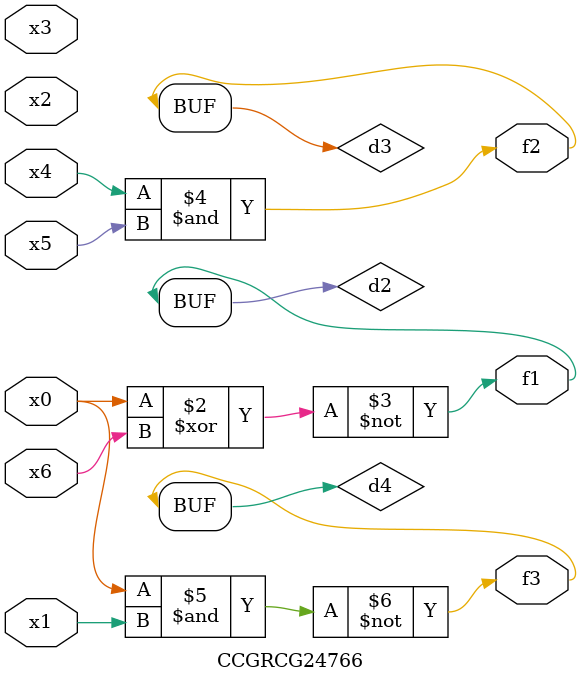
<source format=v>
module CCGRCG24766(
	input x0, x1, x2, x3, x4, x5, x6,
	output f1, f2, f3
);

	wire d1, d2, d3, d4;

	nor (d1, x0);
	xnor (d2, x0, x6);
	and (d3, x4, x5);
	nand (d4, x0, x1);
	assign f1 = d2;
	assign f2 = d3;
	assign f3 = d4;
endmodule

</source>
